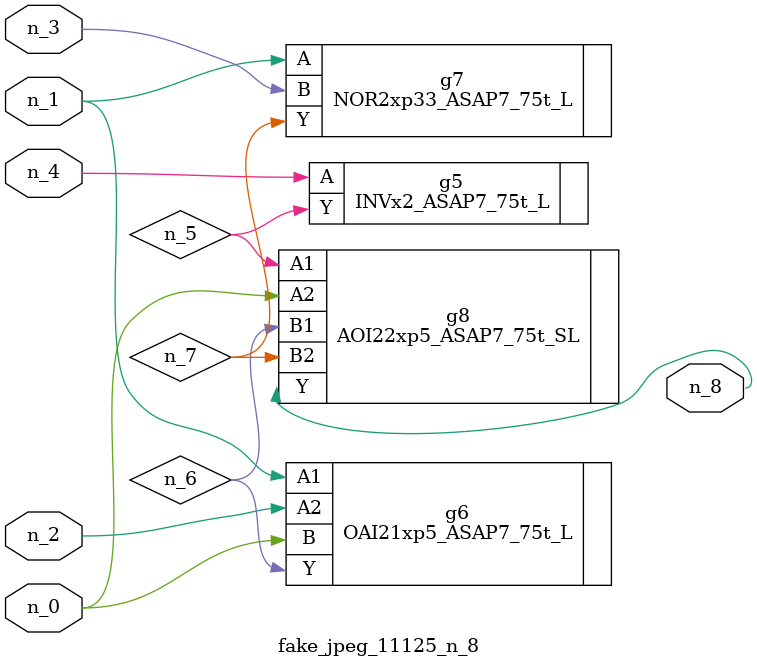
<source format=v>
module fake_jpeg_11125_n_8 (n_3, n_2, n_1, n_0, n_4, n_8);

input n_3;
input n_2;
input n_1;
input n_0;
input n_4;

output n_8;

wire n_6;
wire n_5;
wire n_7;

INVx2_ASAP7_75t_L g5 ( 
.A(n_4),
.Y(n_5)
);

OAI21xp5_ASAP7_75t_L g6 ( 
.A1(n_1),
.A2(n_2),
.B(n_0),
.Y(n_6)
);

NOR2xp33_ASAP7_75t_L g7 ( 
.A(n_1),
.B(n_3),
.Y(n_7)
);

AOI22xp5_ASAP7_75t_SL g8 ( 
.A1(n_5),
.A2(n_0),
.B1(n_6),
.B2(n_7),
.Y(n_8)
);


endmodule
</source>
